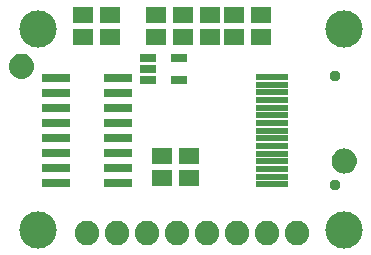
<source format=gbr>
G04 EAGLE Gerber RS-274X export*
G75*
%MOMM*%
%FSLAX34Y34*%
%LPD*%
%INSoldermask Bottom*%
%IPPOS*%
%AMOC8*
5,1,8,0,0,1.08239X$1,22.5*%
G01*
%ADD10R,2.752400X0.502400*%
%ADD11C,0.952400*%
%ADD12R,1.652400X1.452400*%
%ADD13C,3.152400*%
%ADD14R,2.352400X0.752400*%
%ADD15C,2.082800*%
%ADD16R,1.352400X0.702400*%

G36*
X17342Y158410D02*
X17342Y158410D01*
X17385Y158422D01*
X17451Y158429D01*
X19134Y158880D01*
X19175Y158899D01*
X19238Y158918D01*
X20818Y159655D01*
X20855Y159681D01*
X20914Y159710D01*
X22342Y160710D01*
X22373Y160742D01*
X22426Y160781D01*
X23659Y162014D01*
X23684Y162050D01*
X23730Y162098D01*
X24730Y163526D01*
X24748Y163567D01*
X24785Y163622D01*
X25522Y165202D01*
X25533Y165245D01*
X25560Y165306D01*
X26011Y166989D01*
X26013Y167020D01*
X26020Y167042D01*
X26020Y167057D01*
X26030Y167098D01*
X26182Y168835D01*
X26178Y168879D01*
X26182Y168945D01*
X26030Y170682D01*
X26018Y170725D01*
X26011Y170791D01*
X25560Y172474D01*
X25541Y172515D01*
X25522Y172578D01*
X24785Y174158D01*
X24759Y174195D01*
X24730Y174254D01*
X23730Y175682D01*
X23698Y175713D01*
X23659Y175766D01*
X22426Y176999D01*
X22390Y177024D01*
X22342Y177070D01*
X20914Y178070D01*
X20873Y178088D01*
X20818Y178125D01*
X19238Y178862D01*
X19195Y178873D01*
X19134Y178900D01*
X17451Y179351D01*
X17406Y179354D01*
X17342Y179370D01*
X15605Y179522D01*
X15561Y179518D01*
X15495Y179522D01*
X13758Y179370D01*
X13715Y179358D01*
X13649Y179351D01*
X11966Y178900D01*
X11925Y178881D01*
X11862Y178862D01*
X10282Y178125D01*
X10245Y178099D01*
X10186Y178070D01*
X8758Y177070D01*
X8727Y177038D01*
X8674Y176999D01*
X7441Y175766D01*
X7416Y175730D01*
X7370Y175682D01*
X6370Y174254D01*
X6352Y174213D01*
X6315Y174158D01*
X5578Y172578D01*
X5567Y172535D01*
X5540Y172474D01*
X5089Y170791D01*
X5086Y170746D01*
X5070Y170682D01*
X4918Y168945D01*
X4922Y168901D01*
X4918Y168835D01*
X5070Y167098D01*
X5082Y167055D01*
X5086Y167021D01*
X5086Y167005D01*
X5088Y167000D01*
X5089Y166989D01*
X5540Y165306D01*
X5559Y165265D01*
X5578Y165202D01*
X6315Y163622D01*
X6341Y163585D01*
X6370Y163526D01*
X7370Y162098D01*
X7402Y162067D01*
X7441Y162014D01*
X8674Y160781D01*
X8710Y160756D01*
X8758Y160710D01*
X10186Y159710D01*
X10227Y159692D01*
X10282Y159655D01*
X11862Y158918D01*
X11905Y158907D01*
X11966Y158880D01*
X13649Y158429D01*
X13694Y158426D01*
X13758Y158410D01*
X15495Y158258D01*
X15539Y158262D01*
X15605Y158258D01*
X17342Y158410D01*
G37*
G36*
X290672Y78180D02*
X290672Y78180D01*
X290715Y78192D01*
X290781Y78199D01*
X292464Y78650D01*
X292505Y78669D01*
X292568Y78688D01*
X294148Y79425D01*
X294185Y79451D01*
X294244Y79480D01*
X295672Y80480D01*
X295703Y80512D01*
X295756Y80551D01*
X296989Y81784D01*
X297014Y81820D01*
X297060Y81868D01*
X298060Y83296D01*
X298078Y83337D01*
X298115Y83392D01*
X298852Y84972D01*
X298863Y85015D01*
X298890Y85076D01*
X299341Y86759D01*
X299343Y86790D01*
X299350Y86812D01*
X299350Y86827D01*
X299360Y86868D01*
X299512Y88605D01*
X299508Y88649D01*
X299512Y88715D01*
X299360Y90452D01*
X299348Y90495D01*
X299341Y90561D01*
X298890Y92244D01*
X298871Y92285D01*
X298852Y92348D01*
X298115Y93928D01*
X298089Y93965D01*
X298060Y94024D01*
X297060Y95452D01*
X297028Y95483D01*
X296989Y95536D01*
X295756Y96769D01*
X295720Y96794D01*
X295672Y96840D01*
X294244Y97840D01*
X294203Y97858D01*
X294148Y97895D01*
X292568Y98632D01*
X292525Y98643D01*
X292464Y98670D01*
X290781Y99121D01*
X290736Y99124D01*
X290672Y99140D01*
X288935Y99292D01*
X288891Y99288D01*
X288825Y99292D01*
X287088Y99140D01*
X287045Y99128D01*
X286979Y99121D01*
X285296Y98670D01*
X285255Y98651D01*
X285192Y98632D01*
X283612Y97895D01*
X283575Y97869D01*
X283516Y97840D01*
X282088Y96840D01*
X282057Y96808D01*
X282004Y96769D01*
X280771Y95536D01*
X280746Y95500D01*
X280700Y95452D01*
X279700Y94024D01*
X279682Y93983D01*
X279645Y93928D01*
X278908Y92348D01*
X278897Y92305D01*
X278870Y92244D01*
X278419Y90561D01*
X278416Y90516D01*
X278400Y90452D01*
X278248Y88715D01*
X278252Y88671D01*
X278248Y88605D01*
X278400Y86868D01*
X278412Y86825D01*
X278416Y86791D01*
X278416Y86775D01*
X278418Y86770D01*
X278419Y86759D01*
X278870Y85076D01*
X278889Y85035D01*
X278908Y84972D01*
X279645Y83392D01*
X279671Y83355D01*
X279700Y83296D01*
X280700Y81868D01*
X280732Y81837D01*
X280771Y81784D01*
X282004Y80551D01*
X282040Y80526D01*
X282088Y80480D01*
X283516Y79480D01*
X283557Y79462D01*
X283612Y79425D01*
X285192Y78688D01*
X285235Y78677D01*
X285296Y78650D01*
X286979Y78199D01*
X287024Y78196D01*
X287088Y78180D01*
X288825Y78028D01*
X288869Y78032D01*
X288935Y78028D01*
X290672Y78180D01*
G37*
D10*
X227800Y159800D03*
X227800Y153300D03*
X227800Y146800D03*
X227800Y140300D03*
X227800Y133800D03*
X227800Y127300D03*
X227800Y120800D03*
X227800Y114300D03*
X227800Y107800D03*
X227800Y101300D03*
X227800Y94800D03*
X227800Y88300D03*
X227800Y81800D03*
X227800Y75300D03*
X227800Y68800D03*
D11*
X280800Y160550D03*
X280800Y68050D03*
D12*
X134620Y74320D03*
X134620Y93320D03*
X157480Y93320D03*
X157480Y74320D03*
X129540Y212700D03*
X129540Y193700D03*
X218440Y212700D03*
X218440Y193700D03*
X152400Y212700D03*
X152400Y193700D03*
X175260Y212700D03*
X175260Y193700D03*
X195580Y212700D03*
X195580Y193700D03*
D13*
X30000Y30000D03*
X30000Y200800D03*
X288400Y30000D03*
X288400Y200800D03*
D14*
X97120Y146050D03*
X45120Y120650D03*
X97120Y158750D03*
X97120Y133350D03*
X97120Y120650D03*
X45120Y133350D03*
X45120Y107950D03*
X45120Y95250D03*
X97120Y95250D03*
X45120Y69850D03*
X97120Y107950D03*
X97120Y82550D03*
X45120Y82550D03*
X97120Y69850D03*
X45120Y146050D03*
X45120Y158750D03*
D15*
X71100Y27940D03*
X96500Y27940D03*
X121900Y27940D03*
X147300Y27940D03*
X172700Y27940D03*
X198100Y27940D03*
X223500Y27940D03*
X248900Y27940D03*
D16*
X122889Y156870D03*
X122889Y166370D03*
X122889Y175870D03*
X148891Y175870D03*
X148891Y156870D03*
D12*
X90170Y193700D03*
X90170Y212700D03*
X67310Y193700D03*
X67310Y212700D03*
M02*

</source>
